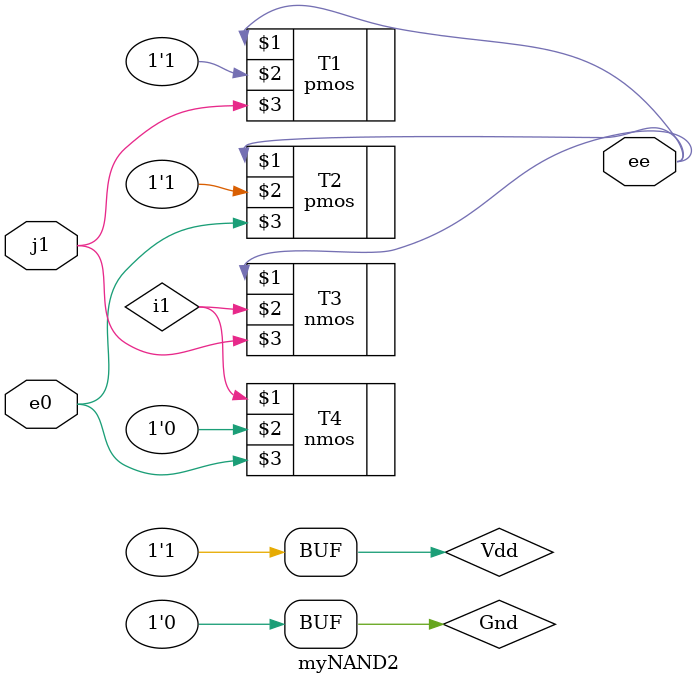
<source format=v>
`timescale 1ns/1ns
module myNAND2(input j1, e0, output ee);
	wire i1;
	supply1 Vdd;
	supply0 Gnd;
	pmos #(5, 6, 7) T1(ee, Vdd, j1), T2(ee, Vdd, e0);
	nmos #(3, 4, 5) T3(ee, i1, j1), T4(i1, Gnd, e0);
endmodule
</source>
